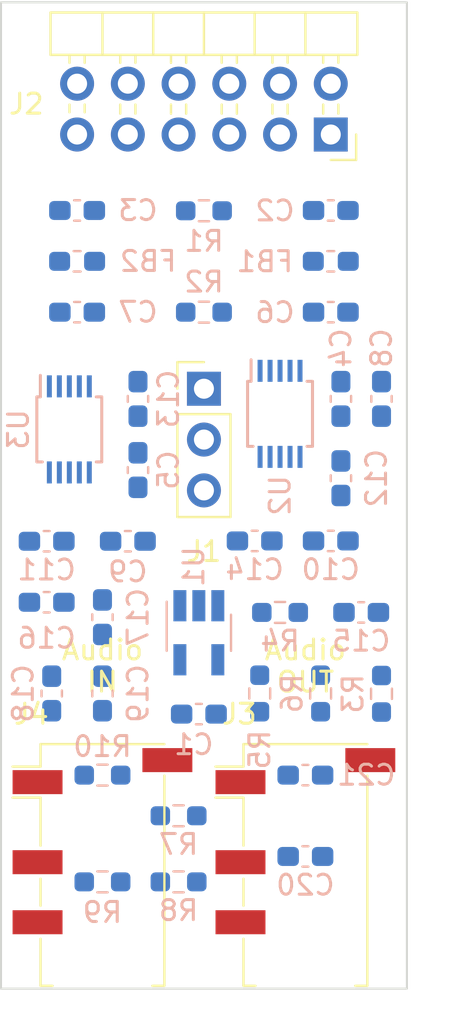
<source format=kicad_pcb>
(kicad_pcb (version 20221018) (generator pcbnew)
  (title_block (title "Pmod I2S2") (date "2023-11-15") (rev "1.0") (company "S59MZ"))
  (layers (0 "F.Cu" signal) (31 "B.Cu" signal) (34 "B.Paste" user) (35 "F.Paste" user) (36 "B.SilkS" user "B.Silkscreen") (37 "F.SilkS" user "F.Silkscreen") (38 "B.Mask" user) (39 "F.Mask" user) (44 "Edge.Cuts" user))
  (net 0 "")
  (net 1 "+3V3")
  (net 2 "GND")
  (net 3 "Net-(U2-VQ)")
  (net 4 "Net-(U3-VQ)")
  (net 5 "Net-(U2-VA)")
  (net 6 "Net-(U3-VA)")
  (net 7 "Net-(U2-FILT+)")
  (net 8 "Net-(U3-FILT+)")
  (net 9 "Net-(U2-AOUTR)")
  (net 10 "Net-(C14-Pad2)")
  (net 11 "Net-(U2-AOUTL)")
  (net 12 "Net-(C15-Pad2)")
  (net 13 "Net-(U3-AINR)")
  (net 14 "Net-(U3-AINL)")
  (net 15 "Net-(C18-Pad2)")
  (net 16 "Net-(C19-Pad2)")
  (net 17 "Net-(C20-Pad1)")
  (net 18 "Net-(C21-Pad1)")
  (net 19 "Net-(J1-Pin_2)")
  (net 20 "/ADOUT_MCLK")
  (net 21 "/ADIN_MCLK")
  (net 22 "/ADOUT_LRCLK")
  (net 23 "/ADIN_LRCLK")
  (net 24 "/ADOUT_SCLK")
  (net 25 "/ADIN_SCLK")
  (net 26 "/ADOUT_SDIN")
  (net 27 "/ADIN_SDOUT")
  (net 29 "Net-(J4-PadR1)")
  (net 31 "Net-(J4-PadT)")
  (net 32 "Net-(R1-Pad1)")
  (net 33 "/SDOUT")
  (footprint "Connector_Audio:Jack_3.5mm_PJ320D_Horizontal" (layer "F.Cu") (at 125.73 79.36 90)
    (fp_text reference "J3" (at 7.224 -3.302) (layer "F.SilkS"))
    (fp_text value "Audio Out")
    (fp_line (start -6.35 -3.1) (end -6.35 -2.5) (stroke (width 0.12)) (layer "F.SilkS"))
    (fp_line (start -6.35 -3.1) (end -4 -3.1) (stroke (width 0.12)) (layer "F.SilkS"))
    (fp_line (start -6.35 2.5) (end -6.35 3.1) (stroke (width 0.12)) (layer "F.SilkS"))
    (fp_line (start -2.35 -3.1) (end -1 -3.1) (stroke (width 0.12)) (layer "F.SilkS"))
    (fp_line (start 0.65 -3.1) (end 3.05 -3.1) (stroke (width 0.12)) (layer "F.SilkS"))
    (fp_line (start 3.05 -3.1) (end 3.05 -4.5) (stroke (width 0.12)) (layer "F.SilkS"))
    (fp_line (start 4.15 3.1) (end -6.35 3.1) (stroke (width 0.12)) (layer "F.SilkS"))
    (fp_line (start 4.6 -3.1) (end 4.6 -4.5) (stroke (width 0.12)) (layer "F.SilkS"))
    (fp_line (start 4.6 -3.1) (end 5.725 -3.1) (stroke (width 0.12)) (layer "F.SilkS"))
    (fp_line (start 5.725 3.1) (end 5.725 -3.1) (stroke (width 0.12)) (layer "F.SilkS"))
    (pad "" np_thru_hole circle (at -4.775 0 90) (size 1.5 1.5) (drill 1.5) (layers "*.Cu" "*.Mask"))
    (pad "" np_thru_hole circle (at 2.225 0 90) (size 1.5 1.5) (drill 1.5) (layers "*.Cu" "*.Mask"))
    (pad "R1" smd rect (at -0.175 -3.25 90) (size 1.2 2.5) (layers "F.Cu" "F.Paste" "F.Mask") (net 17 "Net-(C20-Pad1)"))
    (pad "R2" smd rect (at -3.175 -3.25 90) (size 1.2 2.5) (layers "F.Cu" "F.Paste" "F.Mask"))
    (pad "S" smd rect (at 4.925 3.25 90) (size 1.2 2.5) (layers "F.Cu" "F.Paste" "F.Mask") (net 2 "GND"))
    (pad "T" smd rect (at 3.825 -3.25 90) (size 1.2 2.5) (layers "F.Cu" "F.Paste" "F.Mask") (net 18 "Net-(C21-Pad1)"))
  )
  (footprint "Connector_PinHeader_2.54mm:PinHeader_1x03_P2.54mm_Vertical" (layer "F.Cu") (at 120.65 55.88)
    (fp_text reference "J1" (at 0 8.128) (layer "F.SilkS"))
    (fp_text value "M/S")
    (fp_line (start -1.33 -1.33) (end 0 -1.33) (stroke (width 0.12)) (layer "F.SilkS"))
    (fp_line (start -1.33 0) (end -1.33 -1.33) (stroke (width 0.12)) (layer "F.SilkS"))
    (fp_line (start -1.33 1.27) (end -1.33 6.41) (stroke (width 0.12)) (layer "F.SilkS"))
    (fp_line (start -1.33 1.27) (end 1.33 1.27) (stroke (width 0.12)) (layer "F.SilkS"))
    (fp_line (start -1.33 6.41) (end 1.33 6.41) (stroke (width 0.12)) (layer "F.SilkS"))
    (fp_line (start 1.33 1.27) (end 1.33 6.41) (stroke (width 0.12)) (layer "F.SilkS"))
    (pad "1" thru_hole rect (at 0 0) (size 1.7 1.7) (drill 1) (layers "*.Cu" "*.Mask") (net 1 "+3V3"))
    (pad "2" thru_hole oval (at 0 2.54) (size 1.7 1.7) (drill 1) (layers "*.Cu" "*.Mask") (net 19 "Net-(J1-Pin_2)"))
    (pad "3" thru_hole oval (at 0 5.08) (size 1.7 1.7) (drill 1) (layers "*.Cu" "*.Mask") (net 2 "GND"))
  )
  (footprint "Connector_PinHeader_2.54mm:PinHeader_2x06_P2.54mm_Horizontal" (layer "F.Cu") (at 127 43.18 90)
    (fp_text reference "J2" (at 1.524 -15.24) (layer "F.SilkS"))
    (fp_text value "pmod")
    (fp_line (start -1.27 1.27) (end -1.27 0) (stroke (width 0.12)) (layer "F.SilkS"))
    (fp_line (start -1.27 1.27) (end 0 1.27) (stroke (width 0.12)) (layer "F.SilkS"))
    (fp_line (start 1.042929 -10.54) (end 1.497071 -10.54) (stroke (width 0.12)) (layer "F.SilkS"))
    (fp_line (start 1.042929 -9.78) (end 1.497071 -9.78) (stroke (width 0.12)) (layer "F.SilkS"))
    (fp_line (start 1.042929 -8) (end 1.497071 -8) (stroke (width 0.12)) (layer "F.SilkS"))
    (fp_line (start 1.042929 -7.24) (end 1.497071 -7.24) (stroke (width 0.12)) (layer "F.SilkS"))
    (fp_line (start 1.042929 -5.46) (end 1.497071 -5.46) (stroke (width 0.12)) (layer "F.SilkS"))
    (fp_line (start 1.042929 -4.7) (end 1.497071 -4.7) (stroke (width 0.12)) (layer "F.SilkS"))
    (fp_line (start 1.042929 -2.92) (end 1.497071 -2.92) (stroke (width 0.12)) (layer "F.SilkS"))
    (fp_line (start 1.042929 -2.16) (end 1.497071 -2.16) (stroke (width 0.12)) (layer "F.SilkS"))
    (fp_line (start 1.042929 -0.38) (end 1.497071 -0.38) (stroke (width 0.12)) (layer "F.SilkS"))
    (fp_line (start 1.042929 0.38) (end 1.497071 0.38) (stroke (width 0.12)) (layer "F.SilkS"))
    (fp_line (start 1.11 -13.08) (end 1.497071 -13.08) (stroke (width 0.12)) (layer "F.SilkS"))
    (fp_line (start 1.11 -12.32) (end 1.497071 -12.32) (stroke (width 0.12)) (layer "F.SilkS"))
    (fp_line (start 3.582929 -13.08) (end 3.98 -13.08) (stroke (width 0.12)) (layer "F.SilkS"))
    (fp_line (start 3.582929 -12.32) (end 3.98 -12.32) (stroke (width 0.12)) (layer "F.SilkS"))
    (fp_line (start 3.582929 -10.54) (end 3.98 -10.54) (stroke (width 0.12)) (layer "F.SilkS"))
    (fp_line (start 3.582929 -9.78) (end 3.98 -9.78) (stroke (width 0.12)) (layer "F.SilkS"))
    (fp_line (start 3.582929 -8) (end 3.98 -8) (stroke (width 0.12)) (layer "F.SilkS"))
    (fp_line (start 3.582929 -7.24) (end 3.98 -7.24) (stroke (width 0.12)) (layer "F.SilkS"))
    (fp_line (start 3.582929 -5.46) (end 3.98 -5.46) (stroke (width 0.12)) (layer "F.SilkS"))
    (fp_line (start 3.582929 -4.7) (end 3.98 -4.7) (stroke (width 0.12)) (layer "F.SilkS"))
    (fp_line (start 3.582929 -2.92) (end 3.98 -2.92) (stroke (width 0.12)) (layer "F.SilkS"))
    (fp_line (start 3.582929 -2.16) (end 3.98 -2.16) (stroke (width 0.12)) (layer "F.SilkS"))
    (fp_line (start 3.582929 -0.38) (end 3.98 -0.38) (stroke (width 0.12)) (layer "F.SilkS"))
    (fp_line (start 3.582929 0.38) (end 3.98 0.38) (stroke (width 0.12)) (layer "F.SilkS"))
    (fp_line (start 3.98 -14.03) (end 3.98 1.33) (stroke (width 0.12)) (layer "F.SilkS"))
    (fp_line (start 3.98 -11.43) (end 6.096 -11.43) (stroke (width 0.12)) (layer "F.SilkS"))
    (fp_line (start 3.98 -8.89) (end 6.096 -8.89) (stroke (width 0.12)) (layer "F.SilkS"))
    (fp_line (start 3.98 -6.35) (end 6.096 -6.35) (stroke (width 0.12)) (layer "F.SilkS"))
    (fp_line (start 3.98 -3.81) (end 6.096 -3.81) (stroke (width 0.12)) (layer "F.SilkS"))
    (fp_line (start 3.98 -1.27) (end 6.096 -1.27) (stroke (width 0.12)) (layer "F.SilkS"))
    (fp_line (start 3.98 1.33) (end 6.096 1.33) (stroke (width 0.12)) (layer "F.SilkS"))
    (fp_line (start 6.096 -14.03) (end 3.98 -14.03) (stroke (width 0.12)) (layer "F.SilkS"))
    (fp_line (start 6.096 1.33) (end 6.096 -14.03) (stroke (width 0.12)) (layer "F.SilkS"))
    (pad "1" thru_hole rect (at 0 0 90) (size 1.7 1.7) (drill 1) (layers "*.Cu" "*.Mask") (net 20 "/ADOUT_MCLK"))
    (pad "2" thru_hole oval (at 2.54 0 90) (size 1.7 1.7) (drill 1) (layers "*.Cu" "*.Mask") (net 21 "/ADIN_MCLK"))
    (pad "3" thru_hole oval (at 0 -2.54 90) (size 1.7 1.7) (drill 1) (layers "*.Cu" "*.Mask") (net 22 "/ADOUT_LRCLK"))
    (pad "4" thru_hole oval (at 2.54 -2.54 90) (size 1.7 1.7) (drill 1) (layers "*.Cu" "*.Mask") (net 23 "/ADIN_LRCLK"))
    (pad "5" thru_hole oval (at 0 -5.08 90) (size 1.7 1.7) (drill 1) (layers "*.Cu" "*.Mask") (net 24 "/ADOUT_SCLK"))
    (pad "6" thru_hole oval (at 2.54 -5.08 90) (size 1.7 1.7) (drill 1) (layers "*.Cu" "*.Mask") (net 25 "/ADIN_SCLK"))
    (pad "7" thru_hole oval (at 0 -7.62 90) (size 1.7 1.7) (drill 1) (layers "*.Cu" "*.Mask") (net 26 "/ADOUT_SDIN"))
    (pad "8" thru_hole oval (at 2.54 -7.62 90) (size 1.7 1.7) (drill 1) (layers "*.Cu" "*.Mask") (net 27 "/ADIN_SDOUT"))
    (pad "9" thru_hole oval (at 0 -10.16 90) (size 1.7 1.7) (drill 1) (layers "*.Cu" "*.Mask") (net 2 "GND"))
    (pad "10" thru_hole oval (at 2.54 -10.16 90) (size 1.7 1.7) (drill 1) (layers "*.Cu" "*.Mask") (net 2 "GND"))
    (pad "11" thru_hole oval (at 0 -12.7 90) (size 1.7 1.7) (drill 1) (layers "*.Cu" "*.Mask") (net 1 "+3V3"))
    (pad "12" thru_hole oval (at 2.54 -12.7 90) (size 1.7 1.7) (drill 1) (layers "*.Cu" "*.Mask") (net 1 "+3V3"))
  )
  (footprint "Connector_Audio:Jack_3.5mm_PJ320D_Horizontal" (layer "F.Cu") (at 115.57 79.36 90)
    (fp_text reference "J4" (at 7.224 -3.556) (layer "F.SilkS"))
    (fp_text value "Audio In")
    (fp_line (start -6.35 -3.1) (end -6.35 -2.5) (stroke (width 0.12)) (layer "F.SilkS"))
    (fp_line (start -6.35 -3.1) (end -4 -3.1) (stroke (width 0.12)) (layer "F.SilkS"))
    (fp_line (start -6.35 2.5) (end -6.35 3.1) (stroke (width 0.12)) (layer "F.SilkS"))
    (fp_line (start -2.35 -3.1) (end -1 -3.1) (stroke (width 0.12)) (layer "F.SilkS"))
    (fp_line (start 0.65 -3.1) (end 3.05 -3.1) (stroke (width 0.12)) (layer "F.SilkS"))
    (fp_line (start 3.05 -3.1) (end 3.05 -4.5) (stroke (width 0.12)) (layer "F.SilkS"))
    (fp_line (start 4.15 3.1) (end -6.35 3.1) (stroke (width 0.12)) (layer "F.SilkS"))
    (fp_line (start 4.6 -3.1) (end 4.6 -4.5) (stroke (width 0.12)) (layer "F.SilkS"))
    (fp_line (start 4.6 -3.1) (end 5.725 -3.1) (stroke (width 0.12)) (layer "F.SilkS"))
    (fp_line (start 5.725 3.1) (end 5.725 -3.1) (stroke (width 0.12)) (layer "F.SilkS"))
    (pad "" np_thru_hole circle (at -4.775 0 90) (size 1.5 1.5) (drill 1.5) (layers "*.Cu" "*.Mask"))
    (pad "" np_thru_hole circle (at 2.225 0 90) (size 1.5 1.5) (drill 1.5) (layers "*.Cu" "*.Mask"))
    (pad "R1" smd rect (at -0.175 -3.25 90) (size 1.2 2.5) (layers "F.Cu" "F.Paste" "F.Mask") (net 29 "Net-(J4-PadR1)"))
    (pad "R2" smd rect (at -3.175 -3.25 90) (size 1.2 2.5) (layers "F.Cu" "F.Paste" "F.Mask"))
    (pad "S" smd rect (at 4.925 3.25 90) (size 1.2 2.5) (layers "F.Cu" "F.Paste" "F.Mask") (net 2 "GND"))
    (pad "T" smd rect (at 3.825 -3.25 90) (size 1.2 2.5) (layers "F.Cu" "F.Paste" "F.Mask") (net 31 "Net-(J4-PadT)"))
  )
  (footprint "Capacitor_SMD:C_0603_1608Metric_Pad1.08x0.95mm_HandSolder" (layer "B.Cu") (at 117.348 59.944 -90)
    (fp_text reference "C5" (at 0 -1.524 90) (layer "B.SilkS") (effects (justify mirror)))
    (fp_text value "100n")
    (fp_line (start -0.146267 -0.51) (end 0.146267 -0.51) (stroke (width 0.12)) (layer "B.SilkS"))
    (fp_line (start -0.146267 0.51) (end 0.146267 0.51) (stroke (width 0.12)) (layer "B.SilkS"))
    (pad "1" smd roundrect (at -0.8625 0 270) (size 1.075 0.95) (layers "B.Cu" "B.Paste" "B.Mask") (net 4 "Net-(U3-VQ)"))
    (pad "2" smd roundrect (at 0.8625 0 270) (size 1.075 0.95) (layers "B.Cu" "B.Paste" "B.Mask") (net 2 "GND"))
  )
  (footprint "Capacitor_SMD:C_0603_1608Metric_Pad1.08x0.95mm_HandSolder" (layer "B.Cu") (at 123.19 63.485)
    (fp_text reference "C14" (at 0 1.43) (layer "B.SilkS") (effects (justify mirror)))
    (fp_text value "3u3")
    (fp_line (start -0.146267 -0.51) (end 0.146267 -0.51) (stroke (width 0.12)) (layer "B.SilkS"))
    (fp_line (start -0.146267 0.51) (end 0.146267 0.51) (stroke (width 0.12)) (layer "B.SilkS"))
    (pad "1" smd roundrect (at -0.8625 0) (size 1.075 0.95) (layers "B.Cu" "B.Paste" "B.Mask") (net 9 "Net-(U2-AOUTR)"))
    (pad "2" smd roundrect (at 0.8625 0) (size 1.075 0.95) (layers "B.Cu" "B.Paste" "B.Mask") (net 10 "Net-(C14-Pad2)"))
  )
  (footprint "Resistor_SMD:R_0603_1608Metric_Pad0.98x0.95mm_HandSolder" (layer "B.Cu") (at 129.54 71.12 -90)
    (fp_text reference "R3" (at 0 1.43 -270) (layer "B.SilkS") (effects (justify mirror)))
    (fp_text value "10k")
    (fp_line (start -0.254724 -0.5225) (end 0.254724 -0.5225) (stroke (width 0.12)) (layer "B.SilkS"))
    (fp_line (start -0.254724 0.5225) (end 0.254724 0.5225) (stroke (width 0.12)) (layer "B.SilkS"))
    (pad "1" smd roundrect (at -0.9125 0 270) (size 0.975 0.95) (layers "B.Cu" "B.Paste" "B.Mask") (net 12 "Net-(C15-Pad2)"))
    (pad "2" smd roundrect (at 0.9125 0 270) (size 0.975 0.95) (layers "B.Cu" "B.Paste" "B.Mask") (net 2 "GND"))
  )
  (footprint "Capacitor_SMD:C_0603_1608Metric_Pad1.08x0.95mm_HandSolder" (layer "B.Cu") (at 115.57 67.295 90)
    (fp_text reference "C17" (at 0 1.778 90) (layer "B.SilkS") (effects (justify mirror)))
    (fp_text value "180p")
    (fp_line (start -0.146267 -0.51) (end 0.146267 -0.51) (stroke (width 0.12)) (layer "B.SilkS"))
    (fp_line (start -0.146267 0.51) (end 0.146267 0.51) (stroke (width 0.12)) (layer "B.SilkS"))
    (pad "1" smd roundrect (at -0.8625 0 90) (size 1.075 0.95) (layers "B.Cu" "B.Paste" "B.Mask") (net 14 "Net-(U3-AINL)"))
    (pad "2" smd roundrect (at 0.8625 0 90) (size 1.075 0.95) (layers "B.Cu" "B.Paste" "B.Mask") (net 2 "GND"))
  )
  (footprint "Capacitor_SMD:C_0603_1608Metric_Pad1.08x0.95mm_HandSolder" (layer "B.Cu") (at 129.54 56.388 -90)
    (fp_text reference "C8" (at -2.54 0 90) (layer "B.SilkS") (effects (justify mirror)))
    (fp_text value "10u")
    (fp_line (start -0.146267 -0.51) (end 0.146267 -0.51) (stroke (width 0.12)) (layer "B.SilkS"))
    (fp_line (start -0.146267 0.51) (end 0.146267 0.51) (stroke (width 0.12)) (layer "B.SilkS"))
    (pad "1" smd roundrect (at -0.8625 0 270) (size 1.075 0.95) (layers "B.Cu" "B.Paste" "B.Mask") (net 3 "Net-(U2-VQ)"))
    (pad "2" smd roundrect (at 0.8625 0 270) (size 1.075 0.95) (layers "B.Cu" "B.Paste" "B.Mask") (net 2 "GND"))
  )
  (footprint "Capacitor_SMD:C_0603_1608Metric_Pad1.08x0.95mm_HandSolder" (layer "B.Cu") (at 115.57 71.105 -90)
    (fp_text reference "C19" (at 0 -1.778 90) (layer "B.SilkS") (effects (justify mirror)))
    (fp_text value "1u")
    (fp_line (start -0.146267 -0.51) (end 0.146267 -0.51) (stroke (width 0.12)) (layer "B.SilkS"))
    (fp_line (start -0.146267 0.51) (end 0.146267 0.51) (stroke (width 0.12)) (layer "B.SilkS"))
    (pad "1" smd roundrect (at -0.8625 0 270) (size 1.075 0.95) (layers "B.Cu" "B.Paste" "B.Mask") (net 14 "Net-(U3-AINL)"))
    (pad "2" smd roundrect (at 0.8625 0 270) (size 1.075 0.95) (layers "B.Cu" "B.Paste" "B.Mask") (net 16 "Net-(C19-Pad2)"))
  )
  (footprint "Resistor_SMD:R_0603_1608Metric_Pad0.98x0.95mm_HandSolder" (layer "B.Cu") (at 120.65 46.99 180)
    (fp_text reference "R1" (at 0 -1.524) (layer "B.SilkS") (effects (justify mirror)))
    (fp_text value "0")
    (fp_line (start -0.254724 -0.5225) (end 0.254724 -0.5225) (stroke (width 0.12)) (layer "B.SilkS"))
    (fp_line (start -0.254724 0.5225) (end 0.254724 0.5225) (stroke (width 0.12)) (layer "B.SilkS"))
    (pad "1" smd roundrect (at -0.9125 0 180) (size 0.975 0.95) (layers "B.Cu" "B.Paste" "B.Mask") (net 32 "Net-(R1-Pad1)"))
    (pad "2" smd roundrect (at 0.9125 0 180) (size 0.975 0.95) (layers "B.Cu" "B.Paste" "B.Mask") (net 27 "/ADIN_SDOUT"))
  )
  (footprint "Resistor_SMD:R_0603_1608Metric_Pad0.98x0.95mm_HandSolder" (layer "B.Cu") (at 115.57 75.184 180)
    (fp_text reference "R10" (at 0 1.43) (layer "B.SilkS") (effects (justify mirror)))
    (fp_text value "5k1")
    (fp_line (start -0.254724 -0.5225) (end 0.254724 -0.5225) (stroke (width 0.12)) (layer "B.SilkS"))
    (fp_line (start -0.254724 0.5225) (end 0.254724 0.5225) (stroke (width 0.12)) (layer "B.SilkS"))
    (pad "1" smd roundrect (at -0.9125 0 180) (size 0.975 0.95) (layers "B.Cu" "B.Paste" "B.Mask") (net 16 "Net-(C19-Pad2)"))
    (pad "2" smd roundrect (at 0.9125 0 180) (size 0.975 0.95) (layers "B.Cu" "B.Paste" "B.Mask") (net 31 "Net-(J4-PadT)"))
  )
  (footprint "Capacitor_SMD:C_0603_1608Metric_Pad1.08x0.95mm_HandSolder" (layer "B.Cu") (at 114.3 46.975)
    (fp_text reference "C3" (at 3.048 0) (layer "B.SilkS") (effects (justify mirror)))
    (fp_text value "100n")
    (fp_line (start -0.146267 -0.51) (end 0.146267 -0.51) (stroke (width 0.12)) (layer "B.SilkS"))
    (fp_line (start -0.146267 0.51) (end 0.146267 0.51) (stroke (width 0.12)) (layer "B.SilkS"))
    (pad "1" smd roundrect (at -0.8625 0) (size 1.075 0.95) (layers "B.Cu" "B.Paste" "B.Mask") (net 1 "+3V3"))
    (pad "2" smd roundrect (at 0.8625 0) (size 1.075 0.95) (layers "B.Cu" "B.Paste" "B.Mask") (net 2 "GND"))
  )
  (footprint "Capacitor_SMD:C_0603_1608Metric_Pad1.08x0.95mm_HandSolder" (layer "B.Cu") (at 114.3 52.055)
    (fp_text reference "C7" (at 3.048 0) (layer "B.SilkS") (effects (justify mirror)))
    (fp_text value "4u7")
    (fp_line (start -0.146267 -0.51) (end 0.146267 -0.51) (stroke (width 0.12)) (layer "B.SilkS"))
    (fp_line (start -0.146267 0.51) (end 0.146267 0.51) (stroke (width 0.12)) (layer "B.SilkS"))
    (pad "1" smd roundrect (at -0.8625 0) (size 1.075 0.95) (layers "B.Cu" "B.Paste" "B.Mask") (net 6 "Net-(U3-VA)"))
    (pad "2" smd roundrect (at 0.8625 0) (size 1.075 0.95) (layers "B.Cu" "B.Paste" "B.Mask") (net 2 "GND"))
  )
  (footprint "Resistor_SMD:R_0603_1608Metric_Pad0.98x0.95mm_HandSolder" (layer "B.Cu") (at 124.46 67.056)
    (fp_text reference "R4" (at 0 1.43) (layer "B.SilkS") (effects (justify mirror)))
    (fp_text value "10k")
    (fp_line (start -0.254724 -0.5225) (end 0.254724 -0.5225) (stroke (width 0.12)) (layer "B.SilkS"))
    (fp_line (start -0.254724 0.5225) (end 0.254724 0.5225) (stroke (width 0.12)) (layer "B.SilkS"))
    (pad "1" smd roundrect (at -0.9125 0) (size 0.975 0.95) (layers "B.Cu" "B.Paste" "B.Mask") (net 10 "Net-(C14-Pad2)"))
    (pad "2" smd roundrect (at 0.9125 0) (size 0.975 0.95) (layers "B.Cu" "B.Paste" "B.Mask") (net 2 "GND"))
  )
  (footprint "Capacitor_SMD:C_0603_1608Metric_Pad1.08x0.95mm_HandSolder" (layer "B.Cu") (at 112.776 63.5)
    (fp_text reference "C11" (at 0 1.43) (layer "B.SilkS") (effects (justify mirror)))
    (fp_text value "100n")
    (fp_line (start -0.146267 -0.51) (end 0.146267 -0.51) (stroke (width 0.12)) (layer "B.SilkS"))
    (fp_line (start -0.146267 0.51) (end 0.146267 0.51) (stroke (width 0.12)) (layer "B.SilkS"))
    (pad "1" smd roundrect (at -0.8625 0) (size 1.075 0.95) (layers "B.Cu" "B.Paste" "B.Mask") (net 6 "Net-(U3-VA)"))
    (pad "2" smd roundrect (at 0.8625 0) (size 1.075 0.95) (layers "B.Cu" "B.Paste" "B.Mask") (net 2 "GND"))
  )
  (footprint "Capacitor_SMD:C_0603_1608Metric_Pad1.08x0.95mm_HandSolder" (layer "B.Cu") (at 127.508 56.388 -90)
    (fp_text reference "C4" (at -2.54 0 90) (layer "B.SilkS") (effects (justify mirror)))
    (fp_text value "100n")
    (fp_line (start -0.146267 -0.51) (end 0.146267 -0.51) (stroke (width 0.12)) (layer "B.SilkS"))
    (fp_line (start -0.146267 0.51) (end 0.146267 0.51) (stroke (width 0.12)) (layer "B.SilkS"))
    (pad "1" smd roundrect (at -0.8625 0 270) (size 1.075 0.95) (layers "B.Cu" "B.Paste" "B.Mask") (net 3 "Net-(U2-VQ)"))
    (pad "2" smd roundrect (at 0.8625 0 270) (size 1.075 0.95) (layers "B.Cu" "B.Paste" "B.Mask") (net 2 "GND"))
  )
  (footprint "Capacitor_SMD:C_0603_1608Metric_Pad1.08x0.95mm_HandSolder" (layer "B.Cu") (at 127 63.485)
    (fp_text reference "C10" (at 0 1.43) (layer "B.SilkS") (effects (justify mirror)))
    (fp_text value "100n")
    (fp_line (start -0.146267 -0.51) (end 0.146267 -0.51) (stroke (width 0.12)) (layer "B.SilkS"))
    (fp_line (start -0.146267 0.51) (end 0.146267 0.51) (stroke (width 0.12)) (layer "B.SilkS"))
    (pad "1" smd roundrect (at -0.8625 0) (size 1.075 0.95) (layers "B.Cu" "B.Paste" "B.Mask") (net 5 "Net-(U2-VA)"))
    (pad "2" smd roundrect (at 0.8625 0) (size 1.075 0.95) (layers "B.Cu" "B.Paste" "B.Mask") (net 2 "GND"))
  )
  (footprint "Capacitor_SMD:C_0603_1608Metric_Pad1.08x0.95mm_HandSolder" (layer "B.Cu") (at 116.84 63.5 180)
    (fp_text reference "C9" (at 0 -1.524) (layer "B.SilkS") (effects (justify mirror)))
    (fp_text value "1u")
    (fp_line (start -0.146267 -0.51) (end 0.146267 -0.51) (stroke (width 0.12)) (layer "B.SilkS"))
    (fp_line (start -0.146267 0.51) (end 0.146267 0.51) (stroke (width 0.12)) (layer "B.SilkS"))
    (pad "1" smd roundrect (at -0.8625 0 180) (size 1.075 0.95) (layers "B.Cu" "B.Paste" "B.Mask") (net 4 "Net-(U3-VQ)"))
    (pad "2" smd roundrect (at 0.8625 0 180) (size 1.075 0.95) (layers "B.Cu" "B.Paste" "B.Mask") (net 2 "GND"))
  )
  (footprint "Package_SO:TSSOP-10_3x3mm_P0.5mm" (layer "B.Cu") (at 113.91 57.912 -90)
    (fp_text reference "U3" (at 0 2.55 90) (layer "B.SilkS") (effects (justify mirror)))
    (fp_text value "CS5343")
    (fp_line (start -1.625 -1.625) (end -1.625 -1.35) (stroke (width 0.15)) (layer "B.SilkS"))
    (fp_line (start -1.625 -1.625) (end 1.625 -1.625) (stroke (width 0.15)) (layer "B.SilkS"))
    (fp_line (start -1.625 1.45) (end -2.7 1.45) (stroke (width 0.15)) (layer "B.SilkS"))
    (fp_line (start -1.625 1.625) (end -1.625 1.45) (stroke (width 0.15)) (layer "B.SilkS"))
    (fp_line (start -1.625 1.625) (end 1.625 1.625) (stroke (width 0.15)) (layer "B.SilkS"))
    (fp_line (start 1.625 -1.625) (end 1.625 -1.35) (stroke (width 0.15)) (layer "B.SilkS"))
    (fp_line (start 1.625 1.625) (end 1.625 1.35) (stroke (width 0.15)) (layer "B.SilkS"))
    (pad "1" smd rect (at -2.15 1 270) (size 1.1 0.25) (layers "B.Cu" "B.Paste" "B.Mask") (net 33 "/SDOUT"))
    (pad "2" smd rect (at -2.15 0.5 270) (size 1.1 0.25) (layers "B.Cu" "B.Paste" "B.Mask") (net 25 "/ADIN_SCLK"))
    (pad "3" smd rect (at -2.15 0 270) (size 1.1 0.25) (layers "B.Cu" "B.Paste" "B.Mask") (net 23 "/ADIN_LRCLK"))
    (pad "4" smd rect (at -2.15 -0.5 270) (size 1.1 0.25) (layers "B.Cu" "B.Paste" "B.Mask") (net 21 "/ADIN_MCLK"))
    (pad "5" smd rect (at -2.15 -1 270) (size 1.1 0.25) (layers "B.Cu" "B.Paste" "B.Mask") (net 8 "Net-(U3-FILT+)"))
    (pad "6" smd rect (at 2.15 -1 270) (size 1.1 0.25) (layers "B.Cu" "B.Paste" "B.Mask") (net 14 "Net-(U3-AINL)"))
    (pad "7" smd rect (at 2.15 -0.5 270) (size 1.1 0.25) (layers "B.Cu" "B.Paste" "B.Mask") (net 4 "Net-(U3-VQ)"))
    (pad "8" smd rect (at 2.15 0 270) (size 1.1 0.25) (layers "B.Cu" "B.Paste" "B.Mask") (net 13 "Net-(U3-AINR)"))
    (pad "9" smd rect (at 2.15 0.5 270) (size 1.1 0.25) (layers "B.Cu" "B.Paste" "B.Mask") (net 2 "GND"))
    (pad "10" smd rect (at 2.15 1 270) (size 1.1 0.25) (layers "B.Cu" "B.Paste" "B.Mask") (net 6 "Net-(U3-VA)"))
  )
  (footprint "Capacitor_SMD:C_0603_1608Metric_Pad1.08x0.95mm_HandSolder" (layer "B.Cu") (at 125.73 79.248)
    (fp_text reference "C20" (at 0 1.43) (layer "B.SilkS") (effects (justify mirror)))
    (fp_text value "2n7")
    (fp_line (start -0.146267 -0.51) (end 0.146267 -0.51) (stroke (width 0.12)) (layer "B.SilkS"))
    (fp_line (start -0.146267 0.51) (end 0.146267 0.51) (stroke (width 0.12)) (layer "B.SilkS"))
    (pad "1" smd roundrect (at -0.8625 0) (size 1.075 0.95) (layers "B.Cu" "B.Paste" "B.Mask") (net 17 "Net-(C20-Pad1)"))
    (pad "2" smd roundrect (at 0.8625 0) (size 1.075 0.95) (layers "B.Cu" "B.Paste" "B.Mask") (net 2 "GND"))
  )
  (footprint "Package_SO:TSSOP-10_3x3mm_P0.5mm" (layer "B.Cu") (at 124.46 57.135 -90)
    (fp_text reference "U2" (at 4.079 0 90) (layer "B.SilkS") (effects (justify mirror)))
    (fp_text value "CS4344")
    (fp_line (start -1.625 -1.625) (end -1.625 -1.35) (stroke (width 0.15)) (layer "B.SilkS"))
    (fp_line (start -1.625 -1.625) (end 1.625 -1.625) (stroke (width 0.15)) (layer "B.SilkS"))
    (fp_line (start -1.625 1.45) (end -2.7 1.45) (stroke (width 0.15)) (layer "B.SilkS"))
    (fp_line (start -1.625 1.625) (end -1.625 1.45) (stroke (width 0.15)) (layer "B.SilkS"))
    (fp_line (start -1.625 1.625) (end 1.625 1.625) (stroke (width 0.15)) (layer "B.SilkS"))
    (fp_line (start 1.625 -1.625) (end 1.625 -1.35) (stroke (width 0.15)) (layer "B.SilkS"))
    (fp_line (start 1.625 1.625) (end 1.625 1.35) (stroke (width 0.15)) (layer "B.SilkS"))
    (pad "1" smd rect (at -2.15 1 270) (size 1.1 0.25) (layers "B.Cu" "B.Paste" "B.Mask") (net 26 "/ADOUT_SDIN"))
    (pad "2" smd rect (at -2.15 0.5 270) (size 1.1 0.25) (layers "B.Cu" "B.Paste" "B.Mask") (net 24 "/ADOUT_SCLK"))
    (pad "3" smd rect (at -2.15 0 270) (size 1.1 0.25) (layers "B.Cu" "B.Paste" "B.Mask") (net 22 "/ADOUT_LRCLK"))
    (pad "4" smd rect (at -2.15 -0.5 270) (size 1.1 0.25) (layers "B.Cu" "B.Paste" "B.Mask") (net 20 "/ADOUT_MCLK"))
    (pad "5" smd rect (at -2.15 -1 270) (size 1.1 0.25) (layers "B.Cu" "B.Paste" "B.Mask") (net 3 "Net-(U2-VQ)"))
    (pad "6" smd rect (at 2.15 -1 270) (size 1.1 0.25) (layers "B.Cu" "B.Paste" "B.Mask") (net 7 "Net-(U2-FILT+)"))
    (pad "7" smd rect (at 2.15 -0.5 270) (size 1.1 0.25) (layers "B.Cu" "B.Paste" "B.Mask") (net 11 "Net-(U2-AOUTL)"))
    (pad "8" smd rect (at 2.15 0 270) (size 1.1 0.25) (layers "B.Cu" "B.Paste" "B.Mask") (net 2 "GND"))
    (pad "9" smd rect (at 2.15 0.5 270) (size 1.1 0.25) (layers "B.Cu" "B.Paste" "B.Mask") (net 5 "Net-(U2-VA)"))
    (pad "10" smd rect (at 2.15 1 270) (size 1.1 0.25) (layers "B.Cu" "B.Paste" "B.Mask") (net 9 "Net-(U2-AOUTR)"))
  )
  (footprint "Resistor_SMD:R_0603_1608Metric_Pad0.98x0.95mm_HandSolder" (layer "B.Cu") (at 119.38 80.518)
    (fp_text reference "R8" (at 0 1.43) (layer "B.SilkS") (effects (justify mirror)))
    (fp_text value "5k1")
    (fp_line (start -0.254724 -0.5225) (end 0.254724 -0.5225) (stroke (width 0.12)) (layer "B.SilkS"))
    (fp_line (start -0.254724 0.5225) (end 0.254724 0.5225) (stroke (width 0.12)) (layer "B.SilkS"))
    (pad "1" smd roundrect (at -0.9125 0) (size 0.975 0.95) (layers "B.Cu" "B.Paste" "B.Mask") (net 15 "Net-(C18-Pad2)"))
    (pad "2" smd roundrect (at 0.9125 0) (size 0.975 0.95) (layers "B.Cu" "B.Paste" "B.Mask") (net 2 "GND"))
  )
  (footprint "Capacitor_SMD:C_0603_1608Metric_Pad1.08x0.95mm_HandSolder" (layer "B.Cu") (at 125.73 75.184)
    (fp_text reference "C21" (at 3.048 0) (layer "B.SilkS") (effects (justify mirror)))
    (fp_text value "2n7")
    (fp_line (start -0.146267 -0.51) (end 0.146267 -0.51) (stroke (width 0.12)) (layer "B.SilkS"))
    (fp_line (start -0.146267 0.51) (end 0.146267 0.51) (stroke (width 0.12)) (layer "B.SilkS"))
    (pad "1" smd roundrect (at -0.8625 0) (size 1.075 0.95) (layers "B.Cu" "B.Paste" "B.Mask") (net 18 "Net-(C21-Pad1)"))
    (pad "2" smd roundrect (at 0.8625 0) (size 1.075 0.95) (layers "B.Cu" "B.Paste" "B.Mask") (net 2 "GND"))
  )
  (footprint "Capacitor_SMD:C_0603_1608Metric_Pad1.08x0.95mm_HandSolder" (layer "B.Cu") (at 120.396 72.136)
    (fp_text reference "C1" (at -0.254 1.524) (layer "B.SilkS") (effects (justify mirror)))
    (fp_text value "100n")
    (fp_line (start -0.146267 -0.51) (end 0.146267 -0.51) (stroke (width 0.12)) (layer "B.SilkS"))
    (fp_line (start -0.146267 0.51) (end 0.146267 0.51) (stroke (width 0.12)) (layer "B.SilkS"))
    (pad "1" smd roundrect (at -0.8625 0) (size 1.075 0.95) (layers "B.Cu" "B.Paste" "B.Mask") (net 1 "+3V3"))
    (pad "2" smd roundrect (at 0.8625 0) (size 1.075 0.95) (layers "B.Cu" "B.Paste" "B.Mask") (net 2 "GND"))
  )
  (footprint "Package_TO_SOT_SMD:SOT-23-5_HandSoldering" (layer "B.Cu") (at 120.396 68.072 -90)
    (fp_text reference "U1" (at -3.302 0.254 90) (layer "B.SilkS") (effects (justify mirror)))
    (fp_text value "74LVC1G126")
    (fp_line (start -0.9 -1.61) (end 0.9 -1.61) (stroke (width 0.12)) (layer "B.SilkS"))
    (fp_line (start 0.9 1.61) (end -1.55 1.61) (stroke (width 0.12)) (layer "B.SilkS"))
    (pad "1" smd rect (at -1.35 0.95 270) (size 1.56 0.65) (layers "B.Cu" "B.Paste" "B.Mask") (net 1 "+3V3"))
    (pad "2" smd rect (at -1.35 0 270) (size 1.56 0.65) (layers "B.Cu" "B.Paste" "B.Mask") (net 33 "/SDOUT"))
    (pad "3" smd rect (at -1.35 -0.95 270) (size 1.56 0.65) (layers "B.Cu" "B.Paste" "B.Mask") (net 2 "GND"))
    (pad "4" smd rect (at 1.35 -0.95 270) (size 1.56 0.65) (layers "B.Cu" "B.Paste" "B.Mask") (net 32 "Net-(R1-Pad1)"))
    (pad "5" smd rect (at 1.35 0.95 270) (size 1.56 0.65) (layers "B.Cu" "B.Paste" "B.Mask") (net 1 "+3V3"))
  )
  (footprint "Capacitor_SMD:C_0603_1608Metric_Pad1.08x0.95mm_HandSolder" (layer "B.Cu") (at 127.508 60.3515 -90)
    (fp_text reference "C12" (at 0 -1.778 90) (layer "B.SilkS") (effects (justify mirror)))
    (fp_text value "10u")
    (fp_line (start -0.146267 -0.51) (end 0.146267 -0.51) (stroke (width 0.12)) (layer "B.SilkS"))
    (fp_line (start -0.146267 0.51) (end 0.146267 0.51) (stroke (width 0.12)) (layer "B.SilkS"))
    (pad "1" smd roundrect (at -0.8625 0 270) (size 1.075 0.95) (layers "B.Cu" "B.Paste" "B.Mask") (net 7 "Net-(U2-FILT+)"))
    (pad "2" smd roundrect (at 0.8625 0 270) (size 1.075 0.95) (layers "B.Cu" "B.Paste" "B.Mask") (net 2 "GND"))
  )
  (footprint "Resistor_SMD:R_0603_1608Metric_Pad0.98x0.95mm_HandSolder" (layer "B.Cu") (at 123.444 71.105 -90)
    (fp_text reference "R5" (at 2.809 0 90) (layer "B.SilkS") (effects (justify mirror)))
    (fp_text value "470")
    (fp_line (start -0.254724 -0.5225) (end 0.254724 -0.5225) (stroke (width 0.12)) (layer "B.SilkS"))
    (fp_line (start -0.254724 0.5225) (end 0.254724 0.5225) (stroke (width 0.12)) (layer "B.SilkS"))
    (pad "1" smd roundrect (at -0.9125 0 270) (size 0.975 0.95) (layers "B.Cu" "B.Paste" "B.Mask") (net 10 "Net-(C14-Pad2)"))
    (pad "2" smd roundrect (at 0.9125 0 270) (size 0.975 0.95) (layers "B.Cu" "B.Paste" "B.Mask") (net 17 "Net-(C20-Pad1)"))
  )
  (footprint "Capacitor_SMD:C_0603_1608Metric_Pad1.08x0.95mm_HandSolder" (layer "B.Cu") (at 127 46.975 180)
    (fp_text reference "C2" (at 2.794 -0.015) (layer "B.SilkS") (effects (justify mirror)))
    (fp_text value "100n")
    (fp_line (start -0.146267 -0.51) (end 0.146267 -0.51) (stroke (width 0.12)) (layer "B.SilkS"))
    (fp_line (start -0.146267 0.51) (end 0.146267 0.51) (stroke (width 0.12)) (layer "B.SilkS"))
    (pad "1" smd roundrect (at -0.8625 0 180) (size 1.075 0.95) (layers "B.Cu" "B.Paste" "B.Mask") (net 1 "+3V3"))
    (pad "2" smd roundrect (at 0.8625 0 180) (size 1.075 0.95) (layers "B.Cu" "B.Paste" "B.Mask") (net 2 "GND"))
  )
  (footprint "Resistor_SMD:R_0603_1608Metric_Pad0.98x0.95mm_HandSolder" (layer "B.Cu") (at 126.492 71.105 -90)
    (fp_text reference "R6" (at 0 1.43 90) (layer "B.SilkS") (effects (justify mirror)))
    (fp_text value "470")
    (fp_line (start -0.254724 -0.5225) (end 0.254724 -0.5225) (stroke (width 0.12)) (layer "B.SilkS"))
    (fp_line (start -0.254724 0.5225) (end 0.254724 0.5225) (stroke (width 0.12)) (layer "B.SilkS"))
    (pad "1" smd roundrect (at -0.9125 0 270) (size 0.975 0.95) (layers "B.Cu" "B.Paste" "B.Mask") (net 12 "Net-(C15-Pad2)"))
    (pad "2" smd roundrect (at 0.9125 0 270) (size 0.975 0.95) (layers "B.Cu" "B.Paste" "B.Mask") (net 18 "Net-(C21-Pad1)"))
  )
  (footprint "Capacitor_SMD:C_0603_1608Metric_Pad1.08x0.95mm_HandSolder" (layer "B.Cu") (at 128.524 67.056)
    (fp_text reference "C15" (at 0 1.43) (layer "B.SilkS") (effects (justify mirror)))
    (fp_text value "3u3")
    (fp_line (start -0.146267 -0.51) (end 0.146267 -0.51) (stroke (width 0.12)) (layer "B.SilkS"))
    (fp_line (start -0.146267 0.51) (end 0.146267 0.51) (stroke (width 0.12)) (layer "B.SilkS"))
    (pad "1" smd roundrect (at -0.8625 0) (size 1.075 0.95) (layers "B.Cu" "B.Paste" "B.Mask") (net 11 "Net-(U2-AOUTL)"))
    (pad "2" smd roundrect (at 0.8625 0) (size 1.075 0.95) (layers "B.Cu" "B.Paste" "B.Mask") (net 12 "Net-(C15-Pad2)"))
  )
  (footprint "Capacitor_SMD:C_0603_1608Metric_Pad1.08x0.95mm_HandSolder" (layer "B.Cu") (at 112.776 66.548 180)
    (fp_text reference "C16" (at 0 -1.793) (layer "B.SilkS") (effects (justify mirror)))
    (fp_text value "180p")
    (fp_line (start -0.146267 -0.51) (end 0.146267 -0.51) (stroke (width 0.12)) (layer "B.SilkS"))
    (fp_line (start -0.146267 0.51) (end 0.146267 0.51) (stroke (width 0.12)) (layer "B.SilkS"))
    (pad "1" smd roundrect (at -0.8625 0 180) (size 1.075 0.95) (layers "B.Cu" "B.Paste" "B.Mask") (net 13 "Net-(U3-AINR)"))
    (pad "2" smd roundrect (at 0.8625 0 180) (size 1.075 0.95) (layers "B.Cu" "B.Paste" "B.Mask") (net 2 "GND"))
  )
  (footprint "Capacitor_SMD:C_0603_1608Metric_Pad1.08x0.95mm_HandSolder" (layer "B.Cu") (at 113.03 71.105 -90)
    (fp_text reference "C18" (at 0 1.43 90) (layer "B.SilkS") (effects (justify mirror)))
    (fp_text value "1u")
    (fp_line (start -0.146267 -0.51) (end 0.146267 -0.51) (stroke (width 0.12)) (layer "B.SilkS"))
    (fp_line (start -0.146267 0.51) (end 0.146267 0.51) (stroke (width 0.12)) (layer "B.SilkS"))
    (pad "1" smd roundrect (at -0.8625 0 270) (size 1.075 0.95) (layers "B.Cu" "B.Paste" "B.Mask") (net 13 "Net-(U3-AINR)"))
    (pad "2" smd roundrect (at 0.8625 0 270) (size 1.075 0.95) (layers "B.Cu" "B.Paste" "B.Mask") (net 15 "Net-(C18-Pad2)"))
  )
  (footprint "Inductor_SMD:L_0603_1608Metric_Pad1.05x0.95mm_HandSolder" (layer "B.Cu") (at 127 49.515 180)
    (fp_text reference "FB1" (at 3.302 -0.015) (layer "B.SilkS") (effects (justify mirror)))
    (fp_text value "600")
    (fp_line (start -0.171267 -0.51) (end 0.171267 -0.51) (stroke (width 0.12)) (layer "B.SilkS"))
    (fp_line (start -0.171267 0.51) (end 0.171267 0.51) (stroke (width 0.12)) (layer "B.SilkS"))
    (pad "1" smd roundrect (at -0.875 0 180) (size 1.05 0.95) (layers "B.Cu" "B.Paste" "B.Mask") (net 1 "+3V3"))
    (pad "2" smd roundrect (at 0.875 0 180) (size 1.05 0.95) (layers "B.Cu" "B.Paste" "B.Mask") (net 5 "Net-(U2-VA)"))
  )
  (footprint "Resistor_SMD:R_0603_1608Metric_Pad0.98x0.95mm_HandSolder" (layer "B.Cu") (at 119.38 77.216)
    (fp_text reference "R7" (at 0 1.43) (layer "B.SilkS") (effects (justify mirror)))
    (fp_text value "5k1")
    (fp_line (start -0.254724 -0.5225) (end 0.254724 -0.5225) (stroke (width 0.12)) (layer "B.SilkS"))
    (fp_line (start -0.254724 0.5225) (end 0.254724 0.5225) (stroke (width 0.12)) (layer "B.SilkS"))
    (pad "1" smd roundrect (at -0.9125 0) (size 0.975 0.95) (layers "B.Cu" "B.Paste" "B.Mask") (net 16 "Net-(C19-Pad2)"))
    (pad "2" smd roundrect (at 0.9125 0) (size 0.975 0.95) (layers "B.Cu" "B.Paste" "B.Mask") (net 2 "GND"))
  )
  (footprint "Resistor_SMD:R_0603_1608Metric_Pad0.98x0.95mm_HandSolder" (layer "B.Cu") (at 115.57 80.518 180)
    (fp_text reference "R9" (at 0 -1.524) (layer "B.SilkS") (effects (justify mirror)))
    (fp_text value "5k1")
    (fp_line (start -0.254724 -0.5225) (end 0.254724 -0.5225) (stroke (width 0.12)) (layer "B.SilkS"))
    (fp_line (start -0.254724 0.5225) (end 0.254724 0.5225) (stroke (width 0.12)) (layer "B.SilkS"))
    (pad "1" smd roundrect (at -0.9125 0 180) (size 0.975 0.95) (layers "B.Cu" "B.Paste" "B.Mask") (net 15 "Net-(C18-Pad2)"))
    (pad "2" smd roundrect (at 0.9125 0 180) (size 0.975 0.95) (layers "B.Cu" "B.Paste" "B.Mask") (net 29 "Net-(J4-PadR1)"))
  )
  (footprint "Inductor_SMD:L_0603_1608Metric_Pad1.05x0.95mm_HandSolder" (layer "B.Cu") (at 114.3 49.515 180)
    (fp_text reference "FB2" (at -3.556 0) (layer "B.SilkS") (effects (justify mirror)))
    (fp_text value "600")
    (fp_line (start -0.171267 -0.51) (end 0.171267 -0.51) (stroke (width 0.12)) (layer "B.SilkS"))
    (fp_line (start -0.171267 0.51) (end 0.171267 0.51) (stroke (width 0.12)) (layer "B.SilkS"))
    (pad "1" smd roundrect (at -0.875 0 180) (size 1.05 0.95) (layers "B.Cu" "B.Paste" "B.Mask") (net 1 "+3V3"))
    (pad "2" smd roundrect (at 0.875 0 180) (size 1.05 0.95) (layers "B.Cu" "B.Paste" "B.Mask") (net 6 "Net-(U3-VA)"))
  )
  (footprint "Capacitor_SMD:C_0603_1608Metric_Pad1.08x0.95mm_HandSolder" (layer "B.Cu") (at 127 52.055)
    (fp_text reference "C6" (at -2.794 0.015) (layer "B.SilkS") (effects (justify mirror)))
    (fp_text value "4u7")
    (fp_line (start -0.146267 -0.51) (end 0.146267 -0.51) (stroke (width 0.12)) (layer "B.SilkS"))
    (fp_line (start -0.146267 0.51) (end 0.146267 0.51) (stroke (width 0.12)) (layer "B.SilkS"))
    (pad "1" smd roundrect (at -0.8625 0) (size 1.075 0.95) (layers "B.Cu" "B.Paste" "B.Mask") (net 5 "Net-(U2-VA)"))
    (pad "2" smd roundrect (at 0.8625 0) (size 1.075 0.95) (layers "B.Cu" "B.Paste" "B.Mask") (net 2 "GND"))
  )
  (footprint "Resistor_SMD:R_0603_1608Metric_Pad0.98x0.95mm_HandSolder" (layer "B.Cu") (at 120.65 52.055)
    (fp_text reference "R2" (at 0 -1.509) (layer "B.SilkS") (effects (justify mirror)))
    (fp_text value "10k")
    (fp_line (start -0.254724 -0.5225) (end 0.254724 -0.5225) (stroke (width 0.12)) (layer "B.SilkS"))
    (fp_line (start -0.254724 0.5225) (end 0.254724 0.5225) (stroke (width 0.12)) (layer "B.SilkS"))
    (pad "1" smd roundrect (at -0.9125 0) (size 0.975 0.95) (layers "B.Cu" "B.Paste" "B.Mask") (net 33 "/SDOUT"))
    (pad "2" smd roundrect (at 0.9125 0) (size 0.975 0.95) (layers "B.Cu" "B.Paste" "B.Mask") (net 19 "Net-(J1-Pin_2)"))
  )
  (footprint "Capacitor_SMD:C_0603_1608Metric_Pad1.08x0.95mm_HandSolder" (layer "B.Cu") (at 117.348 56.388 -90)
    (fp_text reference "C13" (at 0 -1.524 -90) (layer "B.SilkS") (effects (justify mirror)))
    (fp_text value "10u")
    (fp_line (start -0.146267 -0.51) (end 0.146267 -0.51) (stroke (width 0.12)) (layer "B.SilkS"))
    (fp_line (start -0.146267 0.51) (end 0.146267 0.51) (stroke (width 0.12)) (layer "B.SilkS"))
    (pad "1" smd roundrect (at -0.8625 0 270) (size 1.075 0.95) (layers "B.Cu" "B.Paste" "B.Mask") (net 8 "Net-(U3-FILT+)"))
    (pad "2" smd roundrect (at 0.8625 0 270) (size 1.075 0.95) (layers "B.Cu" "B.Paste" "B.Mask") (net 2 "GND"))
  )
  (gr_rect (start 110.49 36.576) (end 130.81 85.852) (stroke (width 0.1)) (fill none) (layer "Edge.Cuts"))
  (gr_text "Audio\nIN" (at 115.57 71.12) (layer "F.SilkS") (effects (font (size 1 1)) (justify bottom)))
  (gr_text "Audio\nOUT" (at 125.73 71.12) (layer "F.SilkS") (effects (font (size 1 1)) (justify bottom)))
)
</source>
